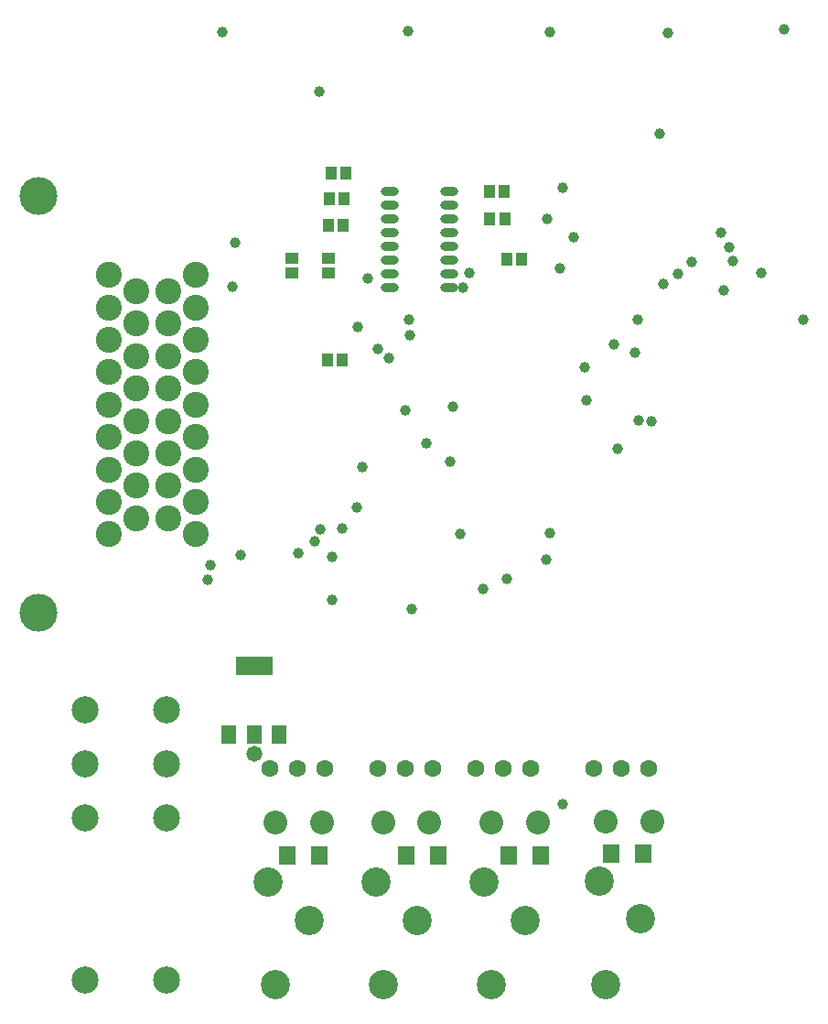
<source format=gbs>
%FSLAX23Y23*%
%MOIN*%
%SFA1B1*%

%IPPOS*%
%ADD39O,0.065090X0.031620*%
%ADD51R,0.061150X0.065090*%
%ADD52R,0.043430X0.047370*%
%ADD53R,0.047370X0.043430*%
%ADD54C,0.063120*%
%ADD55C,0.094610*%
%ADD56C,0.137920*%
%ADD57C,0.106420*%
%ADD58C,0.086740*%
%ADD59C,0.098550*%
%ADD60C,0.058000*%
%ADD61C,0.038750*%
%ADD77R,0.055240X0.067060*%
%ADD78R,0.137920X0.067060*%
%LNvcu-1*%
%LPD*%
G54D39*
X1435Y2695D03*
Y2745D03*
Y2795D03*
Y2845D03*
Y2895D03*
Y2945D03*
Y2995D03*
Y3045D03*
X1650Y2695D03*
Y2745D03*
Y2795D03*
Y2845D03*
Y2895D03*
Y2945D03*
Y2995D03*
Y3045D03*
G54D51*
X1494Y630D03*
X1610D03*
X1867D03*
X1983D03*
X1061D03*
X1177D03*
X2242Y635D03*
X2358D03*
G54D52*
X1262Y2433D03*
X1209D03*
X1265Y2922D03*
X1212D03*
X1268Y3018D03*
X1215D03*
X1275Y3114D03*
X1222D03*
X1797Y3045D03*
X1851D03*
X1799Y2946D03*
X1853D03*
X1861Y2800D03*
X1914D03*
G54D53*
X1210Y2750D03*
Y2803D03*
X1079Y2748D03*
Y2802D03*
G54D54*
X1198Y945D03*
X1098D03*
X998D03*
X2379D03*
X2279D03*
X2179D03*
X1591D03*
X1491D03*
X1391D03*
X1946D03*
X1846D03*
X1746D03*
G54D55*
X726Y1798D03*
Y1916D03*
Y2034D03*
Y2152D03*
Y2270D03*
Y2388D03*
Y2506D03*
Y2624D03*
Y2742D03*
X628Y1857D03*
Y1975D03*
Y2093D03*
Y2211D03*
Y2329D03*
Y2447D03*
Y2565D03*
Y2683D03*
X510Y1857D03*
Y1975D03*
Y2093D03*
Y2211D03*
Y2329D03*
Y2447D03*
Y2565D03*
Y2683D03*
X411Y1798D03*
Y1916D03*
Y2034D03*
Y2152D03*
Y2270D03*
Y2388D03*
Y2506D03*
Y2624D03*
Y2742D03*
G54D56*
X155Y3028D03*
Y1512D03*
G54D57*
X1410Y158D03*
X1384Y532D03*
X1534Y394D03*
X1804Y158D03*
X1778Y532D03*
X1928Y394D03*
X1016Y158D03*
X991Y532D03*
X1140Y394D03*
X2222Y161D03*
X2197Y535D03*
X2346Y398D03*
G54D58*
X1579Y748D03*
X1410D03*
X1973D03*
X1804D03*
X1186D03*
X1016D03*
X2392Y752D03*
X2222D03*
G54D59*
X324Y1159D03*
X620D03*
X324Y765D03*
Y962D03*
X620Y765D03*
Y962D03*
Y175D03*
X324D03*
G54D60*
X940Y1000D03*
G54D61*
X1775Y1600D03*
X2055Y2765D03*
X2105Y2880D03*
X1515Y1525D03*
X1355Y2730D03*
X1860Y1635D03*
X892Y1724D03*
X2250Y2490D03*
X2430Y2710D03*
X2652Y2687D03*
X2485Y2745D03*
X2534Y2790D03*
X2326Y2460D03*
X1500Y3631D03*
X824Y3627D03*
X2005Y1707D03*
X2019Y1802D03*
X2151Y2287D03*
X2265Y2110D03*
X1180Y1816D03*
X1100Y1730D03*
X771Y1634D03*
X1224Y1559D03*
X1262Y1819D03*
X1507Y2522D03*
X2788Y2750D03*
X2684Y2792D03*
X2671Y2844D03*
X2870Y3635D03*
X2940Y2579D03*
X2447Y3622D03*
X2016Y3626D03*
X2145Y2406D03*
X2342Y2212D03*
X2063Y3058D03*
X1491Y2251D03*
X1431Y2438D03*
X1664Y2262D03*
X1504Y2580D03*
X1568Y2130D03*
X1391Y2473D03*
X1317Y2552D03*
X2388Y2211D03*
X1223Y1717D03*
X1160Y1773D03*
X871Y2861D03*
X2007Y2946D03*
X1723Y2750D03*
X2337Y2581D03*
X1653Y2062D03*
X2417Y3257D03*
X860Y2700D03*
X1176Y3408D03*
X1690Y1798D03*
X1700Y2697D03*
X1335Y2044D03*
X2641Y2895D03*
X780Y1687D03*
X1313Y1897D03*
X2065Y815D03*
G54D77*
X1030Y1068D03*
X940D03*
X849D03*
G54D78*
X940Y1320D03*
M02*
</source>
